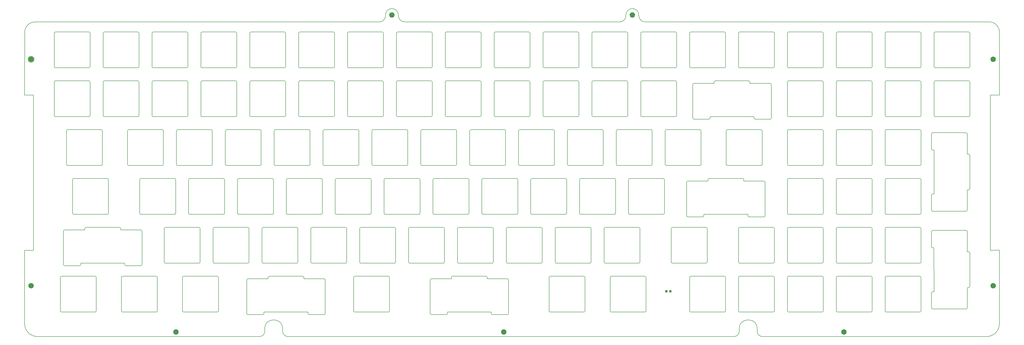
<source format=gbr>
G04 #@! TF.GenerationSoftware,KiCad,Pcbnew,(5.1.6)-1*
G04 #@! TF.CreationDate,2020-08-12T13:21:58-07:00*
G04 #@! TF.ProjectId,Plate,506c6174-652e-46b6-9963-61645f706362,rev?*
G04 #@! TF.SameCoordinates,Original*
G04 #@! TF.FileFunction,Soldermask,Bot*
G04 #@! TF.FilePolarity,Negative*
%FSLAX46Y46*%
G04 Gerber Fmt 4.6, Leading zero omitted, Abs format (unit mm)*
G04 Created by KiCad (PCBNEW (5.1.6)-1) date 2020-08-12 13:21:58*
%MOMM*%
%LPD*%
G01*
G04 APERTURE LIST*
G04 #@! TA.AperFunction,Profile*
%ADD10C,0.200000*%
G04 #@! TD*
%ADD11C,2.100000*%
G04 APERTURE END LIST*
D10*
X264000000Y-63200000D02*
X398100000Y-63200000D01*
X261499999Y-60499999D02*
X261500000Y-60700000D01*
X256500000Y-60750000D02*
X256490223Y-60500010D01*
X170300000Y-63200000D02*
X254000000Y-63250000D01*
X167799999Y-60499999D02*
X167800000Y-60700000D01*
X162800000Y-60750000D02*
X162790259Y-60499847D01*
X26162000Y-63246000D02*
X160300000Y-63250000D01*
X264000000Y-63200000D02*
G75*
G02*
X261500000Y-60700000I0J2500000D01*
G01*
X256500000Y-60750000D02*
G75*
G02*
X254000000Y-63250000I-2500000J0D01*
G01*
X170300000Y-63200000D02*
G75*
G02*
X167800000Y-60700000I0J2500000D01*
G01*
X162800000Y-60750000D02*
G75*
G02*
X160300000Y-63250000I-2500000J0D01*
G01*
X256490223Y-60500010D02*
G75*
G02*
X261499999Y-60499999I2504888J2189D01*
G01*
X162790259Y-60499847D02*
G75*
G02*
X167799999Y-60499999I2504870J2026D01*
G01*
X402095110Y-91751363D02*
X402100000Y-67200000D01*
X398100000Y-63200000D02*
G75*
G02*
X402100000Y-67200000I0J-4000000D01*
G01*
X22162000Y-67246000D02*
X22145123Y-91753523D01*
X22162000Y-67246000D02*
G75*
G02*
X26162000Y-63246000I4000000J0D01*
G01*
X351970123Y-119222812D02*
X338970117Y-119222760D01*
X66220123Y-81122812D02*
X53220077Y-81122830D01*
X148470077Y-81122830D02*
X161470123Y-81122812D01*
X167520123Y-67122812D02*
X180520142Y-67122803D01*
X47670123Y-86672812D02*
X47670117Y-99672846D01*
X114345123Y-105722812D02*
X114345117Y-118722822D01*
X272295129Y-119222772D02*
X285295123Y-119222812D01*
X119895104Y-119222809D02*
X132895123Y-119222812D01*
X296107629Y-119222772D02*
X309107623Y-119222812D01*
X338970128Y-138272809D02*
X351970123Y-138272812D01*
X358020117Y-138272858D02*
X371020123Y-138272812D01*
X371520102Y-137772843D02*
G75*
G02*
X371020123Y-138272812I-499974J5D01*
G01*
X115713911Y-182897788D02*
G75*
G02*
X122713873Y-182897812I3499981J-12D01*
G01*
X115713869Y-182897810D02*
X115713869Y-183897812D01*
X122713876Y-182897810D02*
X122713876Y-183897812D01*
X115713874Y-183897821D02*
G75*
G02*
X113713873Y-185897812I-1999996J5D01*
G01*
X124713871Y-185897818D02*
G75*
G02*
X122713873Y-183897812I4J2000002D01*
G01*
X300670111Y-183897840D02*
G75*
G02*
X298670123Y-185897812I-1999980J8D01*
G01*
X300670115Y-182897810D02*
X300670115Y-183897812D01*
X300670135Y-182897788D02*
G75*
G02*
X307670123Y-182897812I3499994J-12D01*
G01*
X309670108Y-185897837D02*
G75*
G02*
X307670123Y-183897812I20J2000005D01*
G01*
X307670114Y-182897810D02*
X307670114Y-183897812D01*
X402095115Y-180897786D02*
G75*
G02*
X397095123Y-185897812I-5000009J-17D01*
G01*
X27145137Y-185897808D02*
G75*
G02*
X22145123Y-180897812I-9J5000005D01*
G01*
X124713871Y-185897818D02*
X298670123Y-185897812D01*
X397095123Y-185897812D02*
X309670108Y-185897837D01*
X27145137Y-185897808D02*
X113713873Y-185897812D01*
X352470114Y-137772795D02*
G75*
G02*
X351970123Y-138272812I-500004J-13D01*
G01*
X285795175Y-118721946D02*
G75*
G02*
X285295123Y-119222812I-500022J-843D01*
G01*
X163851380Y-162372821D02*
G75*
G02*
X164351373Y-162872812I1J-499992D01*
G01*
X108700876Y-163872812D02*
X108700876Y-176872809D01*
X150351373Y-162872810D02*
X150351373Y-175872814D01*
X150351364Y-162872805D02*
G75*
G02*
X150851373Y-162372812I500001J-8D01*
G01*
X115450882Y-176872825D02*
G75*
G02*
X114950873Y-177372812I-499998J11D01*
G01*
X133076873Y-177372786D02*
G75*
G02*
X132576873Y-176872812I-13J499987D01*
G01*
X139326875Y-176872809D02*
X139326875Y-163872812D01*
X117513870Y-176372815D02*
X130513874Y-176372815D01*
X109200870Y-177372810D02*
X114950870Y-177372810D01*
X138826875Y-163372816D02*
G75*
G02*
X139326873Y-163872812I1J-499997D01*
G01*
X164351371Y-175872814D02*
X164351371Y-162872810D01*
X109200866Y-177372809D02*
G75*
G02*
X108700873Y-176872812I2J499995D01*
G01*
X114950870Y-163372811D02*
X109200870Y-163372811D01*
X108700882Y-163872793D02*
G75*
G02*
X109200873Y-163372812I499986J-5D01*
G01*
X133076874Y-177372810D02*
X138826874Y-177372810D01*
X163851378Y-162372809D02*
X150851374Y-162372809D01*
X138826874Y-163372811D02*
X133076874Y-163372811D01*
X139326889Y-176872802D02*
G75*
G02*
X138826873Y-177372812I-500013J3D01*
G01*
X164351394Y-175872807D02*
G75*
G02*
X163851373Y-176372812I-500013J8D01*
G01*
X130513886Y-162372827D02*
G75*
G02*
X131013873Y-162872812I1J-499986D01*
G01*
X130513874Y-162372809D02*
X117513870Y-162372809D01*
X117013870Y-162872811D02*
G75*
G02*
X117513873Y-162372812I500001J-2D01*
G01*
X84176360Y-176372803D02*
G75*
G02*
X83676373Y-175872812I2J499989D01*
G01*
X59076374Y-143322814D02*
X46076373Y-143322814D01*
X45576366Y-143822801D02*
G75*
G02*
X46076373Y-143322812I499998J-9D01*
G01*
X77032623Y-157322813D02*
X90032623Y-157322813D01*
X61639373Y-158322815D02*
X67389374Y-158322815D01*
X95582614Y-143822799D02*
G75*
G02*
X96082623Y-143322812I499998J-11D01*
G01*
X61639353Y-158322820D02*
G75*
G02*
X61139373Y-157822812I14J499994D01*
G01*
X67389385Y-144322820D02*
G75*
G02*
X67889373Y-144822812I-2J-499990D01*
G01*
X357520163Y-124772812D02*
G75*
G02*
X358020123Y-124272812I499980J20D01*
G01*
X37263370Y-144822805D02*
G75*
G02*
X37763373Y-144322812I499998J-5D01*
G01*
X59076382Y-143322817D02*
G75*
G02*
X59576373Y-143822812I-2J-499993D01*
G01*
X37763373Y-158322815D02*
X43513373Y-158322815D01*
X95582624Y-143822815D02*
X95582624Y-156822812D01*
X371520129Y-137772810D02*
X371520129Y-124772813D01*
X351970134Y-124272812D02*
X338970122Y-124272812D01*
X90532624Y-156822812D02*
X90532624Y-143822815D01*
X338470129Y-124772813D02*
X338470129Y-137772810D01*
X76532619Y-143822804D02*
G75*
G02*
X77032623Y-143322812I499998J-6D01*
G01*
X67889369Y-157822836D02*
G75*
G02*
X67389373Y-158322812I-499986J10D01*
G01*
X37263373Y-144822810D02*
X37263373Y-157822814D01*
X43513373Y-144322809D02*
X37763373Y-144322809D01*
X76532622Y-143822815D02*
X76532622Y-156822812D01*
X358020117Y-138272858D02*
G75*
G02*
X357520123Y-137772812I26J500020D01*
G01*
X90032635Y-143322820D02*
G75*
G02*
X90532623Y-143822812I-2J-499990D01*
G01*
X371020148Y-124272797D02*
G75*
G02*
X371520123Y-124772812I-20J-499995D01*
G01*
X338970128Y-138272809D02*
G75*
G02*
X338470123Y-137772812I-4J500001D01*
G01*
X67389374Y-144322809D02*
X61639373Y-144322809D01*
X319920141Y-138272822D02*
G75*
G02*
X319420123Y-137772812I-4J500014D01*
G01*
X90532619Y-156822836D02*
G75*
G02*
X90032623Y-157322812I-499986J10D01*
G01*
X67889375Y-157822814D02*
X67889375Y-144822810D01*
X37763354Y-158322821D02*
G75*
G02*
X37263373Y-157822812I14J499995D01*
G01*
X352470127Y-137772810D02*
X352470127Y-124772813D01*
X357520131Y-124772813D02*
X357520131Y-137772810D01*
X77032603Y-157322820D02*
G75*
G02*
X76532623Y-156822812I14J499994D01*
G01*
X338470114Y-124772823D02*
G75*
G02*
X338970123Y-124272812I500010J1D01*
G01*
X351970100Y-124272809D02*
G75*
G02*
X352470123Y-124772812I10J-500013D01*
G01*
X319920120Y-138272811D02*
X332920132Y-138272811D01*
X371020136Y-124272812D02*
X358020124Y-124272812D01*
X333420126Y-137772807D02*
G75*
G02*
X332920123Y-138272812I-500004J-1D01*
G01*
X109082622Y-143322814D02*
X96082625Y-143322814D01*
X90032623Y-143322814D02*
X77032623Y-143322814D01*
X44013370Y-157822837D02*
G75*
G02*
X43513373Y-158322812I-499986J11D01*
G01*
X46076373Y-157322813D02*
X59076374Y-157322813D01*
X252745127Y-105722738D02*
G75*
G02*
X253245123Y-105222812I499961J-35D01*
G01*
X266245173Y-105222784D02*
G75*
G02*
X266745123Y-105722812I-39J-499989D01*
G01*
X247695139Y-118722844D02*
G75*
G02*
X247195123Y-119222812I-499992J24D01*
G01*
X233695139Y-105722750D02*
G75*
G02*
X234195123Y-105222812I499961J-23D01*
G01*
X228645151Y-118722856D02*
G75*
G02*
X228145123Y-119222812I-499992J36D01*
G01*
X209095164Y-105222775D02*
G75*
G02*
X209595123Y-105722812I-39J-499998D01*
G01*
X190545124Y-118722811D02*
X190545124Y-105722811D01*
X253245080Y-119222785D02*
G75*
G02*
X252745123Y-118722812I8J499965D01*
G01*
X247695116Y-118722811D02*
X247695116Y-105722811D01*
X295607614Y-105722787D02*
G75*
G02*
X296107623Y-105222812I499992J-17D01*
G01*
X266245124Y-105222810D02*
X253245128Y-105222810D01*
X247195186Y-105222797D02*
G75*
G02*
X247695123Y-105722812I-39J-499976D01*
G01*
X247195122Y-105222810D02*
X234195126Y-105222810D01*
X309107661Y-105222834D02*
G75*
G02*
X309607623Y-105722812I-8J-499970D01*
G01*
X215145123Y-119222812D02*
X228145120Y-119222812D01*
X295607624Y-105722811D02*
X295607624Y-118722811D01*
X309607675Y-118721946D02*
G75*
G02*
X309107623Y-119222812I-500022J-843D01*
G01*
X252745119Y-105722811D02*
X252745119Y-118722811D01*
X228145198Y-105222809D02*
G75*
G02*
X228645123Y-105722812I-39J-499964D01*
G01*
X209595126Y-118722811D02*
X209595126Y-105722811D01*
X272295129Y-119222772D02*
G75*
G02*
X271795123Y-118722812I-23J499983D01*
G01*
X285295161Y-105222834D02*
G75*
G02*
X285795123Y-105722812I-8J-499970D01*
G01*
X234195092Y-119222797D02*
G75*
G02*
X233695123Y-118722812I8J499977D01*
G01*
X215145104Y-119222809D02*
G75*
G02*
X214645123Y-118722812I8J499989D01*
G01*
X196095121Y-119222812D02*
X209095118Y-119222812D01*
X271795114Y-105722787D02*
G75*
G02*
X272295123Y-105222812I499992J-17D01*
G01*
X214645130Y-105722811D02*
X214645130Y-118722811D01*
X209095118Y-105222810D02*
X196095121Y-105222810D01*
X233695117Y-105722811D02*
X233695117Y-118722811D01*
X285295126Y-105222810D02*
X272295130Y-105222810D01*
X177045113Y-119222818D02*
G75*
G02*
X176545123Y-118722812I8J499998D01*
G01*
X209595117Y-118722822D02*
G75*
G02*
X209095123Y-119222812I-499992J2D01*
G01*
X309607622Y-118722811D02*
X309607622Y-105722811D01*
X266745118Y-118722811D02*
X266745118Y-105722811D01*
X214645151Y-105722762D02*
G75*
G02*
X215145123Y-105222812I499961J-11D01*
G01*
X271795121Y-105722811D02*
X271795121Y-118722811D01*
X196095101Y-119222806D02*
G75*
G02*
X195595123Y-118722812I8J499986D01*
G01*
X228645128Y-118722811D02*
X228645128Y-105722811D01*
X195595148Y-105722759D02*
G75*
G02*
X196095123Y-105222812I499961J-14D01*
G01*
X195595128Y-105722811D02*
X195595128Y-118722811D01*
X177045119Y-119222812D02*
X190045116Y-119222812D01*
X190545129Y-118722834D02*
G75*
G02*
X190045123Y-119222812I-499992J14D01*
G01*
X190045176Y-105222787D02*
G75*
G02*
X190545123Y-105722812I-39J-499986D01*
G01*
X190045116Y-105222810D02*
X177045119Y-105222810D01*
X176545160Y-105722771D02*
G75*
G02*
X177045123Y-105222812I499961J-2D01*
G01*
X176545126Y-105722811D02*
X176545126Y-118722811D01*
X157995110Y-119222815D02*
G75*
G02*
X157495123Y-118722812I8J499995D01*
G01*
X296107629Y-119222772D02*
G75*
G02*
X295607623Y-118722812I-23J499983D01*
G01*
X285795120Y-118722811D02*
X285795120Y-105722811D01*
X157995117Y-119222812D02*
X170995129Y-119222812D01*
X266745126Y-118722831D02*
G75*
G02*
X266245123Y-119222812I-499992J11D01*
G01*
X171495126Y-118722831D02*
G75*
G02*
X170995123Y-119222812I-499992J11D01*
G01*
X228145120Y-105222810D02*
X215145123Y-105222810D01*
X309107629Y-105222810D02*
X296107617Y-105222810D01*
X234195126Y-119222812D02*
X247195122Y-119222812D01*
X253245128Y-119222812D02*
X266245124Y-119222812D01*
X38932603Y-119222808D02*
G75*
G02*
X38432623Y-118722812I8J499988D01*
G01*
X38932623Y-119222812D02*
X51932623Y-119222812D01*
X52432634Y-118722839D02*
G75*
G02*
X51932623Y-119222812I-499992J19D01*
G01*
X138445122Y-105722811D02*
X138445122Y-118722811D01*
X113845164Y-105222775D02*
G75*
G02*
X114345123Y-105722812I-39J-499998D01*
G01*
X113845122Y-105222810D02*
X100845126Y-105222810D01*
X81795124Y-119222812D02*
X94795120Y-119222812D01*
X152445123Y-118722828D02*
G75*
G02*
X151945123Y-119222812I-499992J8D01*
G01*
X170995173Y-105222784D02*
G75*
G02*
X171495123Y-105722812I-39J-499989D01*
G01*
X157495157Y-105722768D02*
G75*
G02*
X157995123Y-105222812I499961J-5D01*
G01*
X151945127Y-105222810D02*
X138945123Y-105222810D01*
X152445120Y-118722811D02*
X152445120Y-105722811D01*
X114345117Y-118722822D02*
G75*
G02*
X113845123Y-119222812I-499992J2D01*
G01*
X151945170Y-105222781D02*
G75*
G02*
X152445123Y-105722812I-39J-499992D01*
G01*
X100345148Y-105722759D02*
G75*
G02*
X100845123Y-105222812I499961J-14D01*
G01*
X100345125Y-105722811D02*
X100345125Y-118722811D01*
X94795176Y-105222787D02*
G75*
G02*
X95295123Y-105722812I-39J-499986D01*
G01*
X62745122Y-119222812D02*
X75745122Y-119222812D01*
X75745181Y-105222792D02*
G75*
G02*
X76245123Y-105722812I-39J-499981D01*
G01*
X133395120Y-118722825D02*
G75*
G02*
X132895123Y-119222812I-499992J5D01*
G01*
X75745122Y-105222810D02*
X62745122Y-105222810D01*
X138945123Y-119222812D02*
X151945127Y-119222812D01*
X170995129Y-105222810D02*
X157995117Y-105222810D01*
X132895124Y-105222810D02*
X119895120Y-105222810D01*
X95295129Y-118722834D02*
G75*
G02*
X94795123Y-119222812I-499992J14D01*
G01*
X62245122Y-105722811D02*
X62245122Y-118722811D01*
X62245150Y-105722761D02*
G75*
G02*
X62745123Y-105222812I499961J-12D01*
G01*
X171495122Y-118722811D02*
X171495122Y-105722811D01*
X157495124Y-105722811D02*
X157495124Y-118722811D01*
X95295121Y-118722811D02*
X95295121Y-105722811D01*
X132895167Y-105222778D02*
G75*
G02*
X133395123Y-105722812I-39J-499995D01*
G01*
X76245134Y-118722839D02*
G75*
G02*
X75745123Y-119222812I-499992J19D01*
G01*
X81295123Y-105722811D02*
X81295123Y-118722811D01*
X138945107Y-119222812D02*
G75*
G02*
X138445123Y-118722812I8J499992D01*
G01*
X100845101Y-119222806D02*
G75*
G02*
X100345123Y-118722812I8J499986D01*
G01*
X119895104Y-119222809D02*
G75*
G02*
X119395123Y-118722812I8J499989D01*
G01*
X81795098Y-119222803D02*
G75*
G02*
X81295123Y-118722812I8J499983D01*
G01*
X94795120Y-105222810D02*
X81795124Y-105222810D01*
X62745103Y-119222808D02*
G75*
G02*
X62245123Y-118722812I8J499988D01*
G01*
X76245123Y-118722811D02*
X76245123Y-105722811D01*
X133395125Y-118722811D02*
X133395125Y-105722811D01*
X119395119Y-105722811D02*
X119395119Y-118722811D01*
X119395151Y-105722762D02*
G75*
G02*
X119895123Y-105222812I499961J-11D01*
G01*
X100845126Y-119222812D02*
X113845122Y-119222812D01*
X138445154Y-105722765D02*
G75*
G02*
X138945123Y-105222812I499961J-8D01*
G01*
X81295145Y-105722756D02*
G75*
G02*
X81795123Y-105222812I499961J-17D01*
G01*
X282532123Y-87672811D02*
X282532123Y-100672811D01*
X338970104Y-100172773D02*
G75*
G02*
X338470123Y-99672812I-10J499971D01*
G01*
X38432623Y-105722811D02*
X38432623Y-118722811D01*
X38432650Y-105722761D02*
G75*
G02*
X38932623Y-105222812I499961J-12D01*
G01*
X288782117Y-87172812D02*
X283032117Y-87172812D01*
X313158122Y-100672811D02*
X313158122Y-87672811D01*
X304345136Y-86172833D02*
G75*
G02*
X304845123Y-86672812I4J-499983D01*
G01*
X262770129Y-100172810D02*
X275770125Y-100172810D01*
X377070080Y-100172809D02*
G75*
G02*
X376570123Y-99672812I20J499977D01*
G01*
X319420127Y-86672811D02*
X319420127Y-99672813D01*
X351970134Y-86172812D02*
X338970122Y-86172812D01*
X376570126Y-86672763D02*
G75*
G02*
X377070123Y-86172812I499974J-23D01*
G01*
X371020136Y-86172812D02*
X358020124Y-86172812D01*
X357520138Y-86672775D02*
G75*
G02*
X358020123Y-86172812I499974J-11D01*
G01*
X282532102Y-87672799D02*
G75*
G02*
X283032123Y-87172812I500004J-17D01*
G01*
X312658185Y-87172822D02*
G75*
G02*
X313158123Y-87672812I-26J-499964D01*
G01*
X352470127Y-99672813D02*
X352470127Y-86672811D01*
X390070138Y-86172812D02*
X377070126Y-86172812D01*
X338470090Y-86672787D02*
G75*
G02*
X338970123Y-86172812I500004J-29D01*
G01*
X338970122Y-100172810D02*
X351970134Y-100172810D01*
X319920116Y-100172785D02*
G75*
G02*
X319420123Y-99672812I-10J499983D01*
G01*
X390070173Y-86172810D02*
G75*
G02*
X390570123Y-86672812I-26J-499976D01*
G01*
X377070126Y-100172810D02*
X390070138Y-100172810D01*
X390570127Y-99672856D02*
G75*
G02*
X390070123Y-100172812I-499980J24D01*
G01*
X371520139Y-99672868D02*
G75*
G02*
X371020123Y-100172812I-499980J36D01*
G01*
X319920120Y-100172810D02*
X332920132Y-100172810D01*
X338470129Y-86672811D02*
X338470129Y-99672813D01*
X333420125Y-99672813D02*
X333420125Y-86672811D01*
X306908093Y-101172822D02*
G75*
G02*
X306408123Y-100672812I20J499990D01*
G01*
X306908128Y-101172812D02*
X312658129Y-101172812D01*
X312658129Y-87172812D02*
X306908128Y-87172812D01*
X332920132Y-86172812D02*
X319920120Y-86172812D01*
X291345117Y-100172810D02*
X304345128Y-100172810D01*
X290845090Y-86672787D02*
G75*
G02*
X291345123Y-86172812I500004J-29D01*
G01*
X358020092Y-100172821D02*
G75*
G02*
X357520123Y-99672812I20J499989D01*
G01*
X376570133Y-86672811D02*
X376570133Y-99672813D01*
X51932623Y-105222810D02*
X38932623Y-105222810D01*
X52432624Y-118722811D02*
X52432624Y-105722811D01*
X51932681Y-105222792D02*
G75*
G02*
X52432623Y-105722812I-39J-499981D01*
G01*
X371520129Y-99672813D02*
X371520129Y-86672811D01*
X390570131Y-99672813D02*
X390570131Y-86672811D01*
X358020124Y-100172810D02*
X371020136Y-100172810D01*
X371020185Y-86172822D02*
G75*
G02*
X371520123Y-86672812I-26J-499964D01*
G01*
X352470150Y-99672819D02*
G75*
G02*
X351970123Y-100172812I-500010J17D01*
G01*
X332920149Y-86172846D02*
G75*
G02*
X333420123Y-86672812I4J-499970D01*
G01*
X319420102Y-86672799D02*
G75*
G02*
X319920123Y-86172812I500004J-17D01*
G01*
X289282162Y-100672831D02*
G75*
G02*
X288782123Y-101172812I-500010J29D01*
G01*
X304345128Y-86172812D02*
X291345117Y-86172812D01*
X262770092Y-100172821D02*
G75*
G02*
X262270123Y-99672812I20J499989D01*
G01*
X276270139Y-99672868D02*
G75*
G02*
X275770123Y-100172812I-499980J36D01*
G01*
X276270119Y-99672813D02*
X276270119Y-86672811D01*
X275770185Y-86172822D02*
G75*
G02*
X276270123Y-86672812I-26J-499964D01*
G01*
X275770125Y-86172812D02*
X262770129Y-86172812D01*
X262270138Y-86672775D02*
G75*
G02*
X262770123Y-86172812I499974J-11D01*
G01*
X262270120Y-86672811D02*
X262270120Y-99672813D01*
X357520131Y-86672811D02*
X357520131Y-99672813D01*
X333420163Y-99672832D02*
G75*
G02*
X332920123Y-100172812I-500010J30D01*
G01*
X243720127Y-100172810D02*
X256720123Y-100172810D01*
X283032117Y-101172812D02*
X288782117Y-101172812D01*
X243720104Y-100172773D02*
G75*
G02*
X243220123Y-99672812I-10J499971D01*
G01*
X257220150Y-99672819D02*
G75*
G02*
X256720123Y-100172812I-500010J17D01*
G01*
X351970136Y-86172833D02*
G75*
G02*
X352470123Y-86672812I4J-499983D01*
G01*
X313158139Y-100672868D02*
G75*
G02*
X312658123Y-101172812I-499980J36D01*
G01*
X283032116Y-101172785D02*
G75*
G02*
X282532123Y-100672812I-10J499983D01*
G01*
X205620122Y-100172810D02*
X218620119Y-100172810D01*
X257220117Y-99672813D02*
X257220117Y-86672811D01*
X186070127Y-86672811D02*
X186070127Y-99672813D01*
X181020108Y-99672837D02*
G75*
G02*
X180520123Y-100172812I-499980J5D01*
G01*
X199570117Y-86172812D02*
X186570120Y-86172812D01*
X238170163Y-99672832D02*
G75*
G02*
X237670123Y-100172812I-500010J30D01*
G01*
X147970135Y-86672772D02*
G75*
G02*
X148470123Y-86172812I499974J-14D01*
G01*
X205120144Y-86672781D02*
G75*
G02*
X205620123Y-86172812I499974J-5D01*
G01*
X167020138Y-86672775D02*
G75*
G02*
X167520123Y-86172812I499974J-11D01*
G01*
X243220118Y-86672811D02*
X243220118Y-99672813D01*
X218620130Y-86172827D02*
G75*
G02*
X219120123Y-86672812I4J-499989D01*
G01*
X205120129Y-86672811D02*
X205120129Y-99672813D01*
X142920117Y-99672846D02*
G75*
G02*
X142420123Y-100172812I-499980J14D01*
G01*
X180520130Y-86172812D02*
X167520118Y-86172812D01*
X219120144Y-99672813D02*
G75*
G02*
X218620123Y-100172812I-500010J11D01*
G01*
X218620119Y-86172812D02*
X205620122Y-86172812D01*
X199570157Y-86172794D02*
G75*
G02*
X200070123Y-86672812I-26J-499992D01*
G01*
X129420101Y-100172830D02*
G75*
G02*
X128920123Y-99672812I20J499998D01*
G01*
X142920126Y-99672813D02*
X142920126Y-86672811D01*
X224670116Y-100172785D02*
G75*
G02*
X224170123Y-99672812I-10J499983D01*
G01*
X186570095Y-100172824D02*
G75*
G02*
X186070123Y-99672812I20J499992D01*
G01*
X129420121Y-100172810D02*
X142420125Y-100172810D01*
X237670149Y-86172846D02*
G75*
G02*
X238170123Y-86672812I4J-499970D01*
G01*
X128920120Y-86672811D02*
X128920120Y-99672813D01*
X110370127Y-100172810D02*
X123370123Y-100172810D01*
X224170116Y-86672811D02*
X224170116Y-99672813D01*
X123870114Y-99672843D02*
G75*
G02*
X123370123Y-100172812I-499980J11D01*
G01*
X161470151Y-86172788D02*
G75*
G02*
X161970123Y-86672812I-26J-499998D01*
G01*
X123370160Y-86172797D02*
G75*
G02*
X123870123Y-86672812I-26J-499989D01*
G01*
X256720136Y-86172833D02*
G75*
G02*
X257220123Y-86672812I4J-499983D01*
G01*
X128920147Y-86672784D02*
G75*
G02*
X129420123Y-86172812I499974J-2D01*
G01*
X205620098Y-100172827D02*
G75*
G02*
X205120123Y-99672812I20J499995D01*
G01*
X167520118Y-100172810D02*
X180520130Y-100172810D01*
X237670121Y-86172812D02*
X224670125Y-86172812D01*
X200070125Y-99672813D02*
X200070125Y-86672811D01*
X161470128Y-86172812D02*
X148470124Y-86172812D01*
X142420163Y-86172800D02*
G75*
G02*
X142920123Y-86672812I-26J-499986D01*
G01*
X200070111Y-99672840D02*
G75*
G02*
X199570123Y-100172812I-499980J8D01*
G01*
X110370098Y-100172827D02*
G75*
G02*
X109870123Y-99672812I20J499995D01*
G01*
X123870124Y-99672813D02*
X123870124Y-86672811D01*
X123370123Y-86172812D02*
X110370127Y-86172812D01*
X238170130Y-99672813D02*
X238170130Y-86672811D01*
X186070141Y-86672778D02*
G75*
G02*
X186570123Y-86172812I499974J-8D01*
G01*
X161970105Y-99672834D02*
G75*
G02*
X161470123Y-100172812I-499980J2D01*
G01*
X142420125Y-86172812D02*
X129420121Y-86172812D01*
X109870144Y-86672781D02*
G75*
G02*
X110370123Y-86172812I499974J-5D01*
G01*
X109870126Y-86672811D02*
X109870126Y-99672813D01*
X91320095Y-100172824D02*
G75*
G02*
X90820123Y-99672812I20J499992D01*
G01*
X91320125Y-100172810D02*
X104320121Y-100172810D01*
X224670125Y-100172810D02*
X237670121Y-100172810D01*
X104820111Y-99672840D02*
G75*
G02*
X104320123Y-100172812I-499980J8D01*
G01*
X104820122Y-99672813D02*
X104820122Y-86672811D01*
X256720123Y-86172812D02*
X243720127Y-86172812D01*
X186570120Y-100172810D02*
X199570117Y-100172810D01*
X180520154Y-86172791D02*
G75*
G02*
X181020123Y-86672812I-26J-499995D01*
G01*
X167020125Y-86672811D02*
X167020125Y-99672813D01*
X148470124Y-100172810D02*
X161470128Y-100172810D01*
X161970121Y-99672813D02*
X161970121Y-86672811D01*
X243220090Y-86672787D02*
G75*
G02*
X243720123Y-86172812I500004J-29D01*
G01*
X167520092Y-100172821D02*
G75*
G02*
X167020123Y-99672812I20J499989D01*
G01*
X224170102Y-86672799D02*
G75*
G02*
X224670123Y-86172812I500004J-17D01*
G01*
X148470089Y-100172818D02*
G75*
G02*
X147970123Y-99672812I20J499986D01*
G01*
X181020123Y-99672813D02*
X181020123Y-86672811D01*
X219120127Y-99672813D02*
X219120127Y-86672811D01*
X85270162Y-86172799D02*
G75*
G02*
X85770123Y-86672812I-26J-499987D01*
G01*
X357520126Y-67622787D02*
G75*
G02*
X358020123Y-67122812I499986J-11D01*
G01*
X52720135Y-86672772D02*
G75*
G02*
X53220123Y-86172812I499974J-14D01*
G01*
X390070161Y-67122822D02*
G75*
G02*
X390570123Y-67622812I-14J-499976D01*
G01*
X71770122Y-86672811D02*
X71770122Y-99672813D01*
X333420125Y-80622811D02*
X333420125Y-67622812D01*
X104320157Y-86172794D02*
G75*
G02*
X104820123Y-86672812I-26J-499992D01*
G01*
X71770131Y-86672768D02*
G75*
G02*
X72270123Y-86172812I499974J-18D01*
G01*
X376570133Y-67622812D02*
X376570133Y-80622811D01*
X352470127Y-80622811D02*
X352470127Y-67622812D01*
X66720120Y-99672849D02*
G75*
G02*
X66220123Y-100172812I-499980J17D01*
G01*
X319920120Y-81122812D02*
X332920132Y-81122812D01*
X34170086Y-100172815D02*
G75*
G02*
X33670123Y-99672812I20J499983D01*
G01*
X390570115Y-80622868D02*
G75*
G02*
X390070123Y-81122812I-499968J24D01*
G01*
X47170163Y-86172800D02*
G75*
G02*
X47670123Y-86672812I-26J-499986D01*
G01*
X377070068Y-81122821D02*
G75*
G02*
X376570123Y-80622812I32J499977D01*
G01*
X351970134Y-67122812D02*
X338970122Y-67122812D01*
X338470078Y-67622799D02*
G75*
G02*
X338970123Y-67122812I500016J-29D01*
G01*
X371520129Y-80622811D02*
X371520129Y-67622812D01*
X72270085Y-100172814D02*
G75*
G02*
X71770123Y-99672812I20J499982D01*
G01*
X319420090Y-67622811D02*
G75*
G02*
X319920123Y-67122812I500016J-17D01*
G01*
X90820124Y-86672811D02*
X90820124Y-99672813D01*
X53220122Y-100172810D02*
X66220125Y-100172810D01*
X358020080Y-81122833D02*
G75*
G02*
X357520123Y-80622812I32J499989D01*
G01*
X332920137Y-67122858D02*
G75*
G02*
X333420123Y-67622812I16J-499970D01*
G01*
X300870056Y-81122809D02*
G75*
G02*
X300370123Y-80622812I32J499965D01*
G01*
X104320121Y-86172812D02*
X91320125Y-86172812D01*
X85770124Y-99672813D02*
X85770124Y-86672811D01*
X90820141Y-86672778D02*
G75*
G02*
X91320123Y-86172812I499974J-8D01*
G01*
X53220089Y-100172818D02*
G75*
G02*
X52720123Y-99672812I20J499986D01*
G01*
X66720122Y-99672813D02*
X66720122Y-86672811D01*
X34170123Y-100172810D02*
X47170122Y-100172810D01*
X371520127Y-80622880D02*
G75*
G02*
X371020123Y-81122812I-499968J36D01*
G01*
X66220166Y-86172803D02*
G75*
G02*
X66720123Y-86672812I-26J-499983D01*
G01*
X33670132Y-86672769D02*
G75*
G02*
X34170123Y-86172812I499974J-17D01*
G01*
X377070126Y-81122812D02*
X390070138Y-81122812D01*
X371020173Y-67122834D02*
G75*
G02*
X371520123Y-67622812I-14J-499964D01*
G01*
X358020124Y-81122812D02*
X371020136Y-81122812D01*
X85270123Y-86172812D02*
X72270123Y-86172812D01*
X390570131Y-80622811D02*
X390570131Y-67622812D01*
X338970092Y-81122785D02*
G75*
G02*
X338470123Y-80622812I2J499971D01*
G01*
X338970122Y-81122812D02*
X351970134Y-81122812D01*
X352470138Y-80622831D02*
G75*
G02*
X351970123Y-81122812I-499998J17D01*
G01*
X351970124Y-67122845D02*
G75*
G02*
X352470123Y-67622812I16J-499983D01*
G01*
X338470129Y-67622812D02*
X338470129Y-80622811D01*
X333420151Y-80622844D02*
G75*
G02*
X332920123Y-81122812I-499998J30D01*
G01*
X319420127Y-67622812D02*
X319420127Y-80622811D01*
X300870118Y-81122812D02*
X313870129Y-81122812D01*
X314370102Y-80622855D02*
G75*
G02*
X313870123Y-81122812I-499968J11D01*
G01*
X314370123Y-80622811D02*
X314370123Y-67622812D01*
X47170122Y-86172812D02*
X34170123Y-86172812D01*
X85770116Y-99672845D02*
G75*
G02*
X85270123Y-100172812I-499980J13D01*
G01*
X313870148Y-67122809D02*
G75*
G02*
X314370123Y-67622812I-14J-499989D01*
G01*
X390070138Y-67122812D02*
X377070126Y-67122812D01*
X72270123Y-100172810D02*
X85270123Y-100172810D01*
X313870129Y-67122812D02*
X300870118Y-67122812D01*
X371020136Y-67122812D02*
X358020124Y-67122812D01*
X319920104Y-81122797D02*
G75*
G02*
X319420123Y-80622812I2J499983D01*
G01*
X332920132Y-67122812D02*
X319920120Y-67122812D01*
X376570114Y-67622775D02*
G75*
G02*
X377070123Y-67122812I499986J-23D01*
G01*
X47670117Y-99672846D02*
G75*
G02*
X47170123Y-100172812I-499980J14D01*
G01*
X357520131Y-67622812D02*
X357520131Y-80622811D01*
X66220125Y-86172812D02*
X53220122Y-86172812D01*
X281820068Y-81122821D02*
G75*
G02*
X281320123Y-80622812I32J499977D01*
G01*
X186570120Y-81122812D02*
X199570117Y-81122812D01*
X276270127Y-80622880D02*
G75*
G02*
X275770123Y-81122812I-499968J36D01*
G01*
X243220078Y-67622799D02*
G75*
G02*
X243720123Y-67122812I500016J-29D01*
G01*
X295320121Y-80622811D02*
X295320121Y-67622812D01*
X224670125Y-81122812D02*
X237670121Y-81122812D01*
X295320115Y-80622868D02*
G75*
G02*
X294820123Y-81122812I-499968J24D01*
G01*
X262270126Y-67622787D02*
G75*
G02*
X262770123Y-67122812I499986J-11D01*
G01*
X167520080Y-81122833D02*
G75*
G02*
X167020123Y-80622812I32J499989D01*
G01*
X186070127Y-67622812D02*
X186070127Y-80622811D01*
X281320114Y-67622775D02*
G75*
G02*
X281820123Y-67122812I499986J-23D01*
G01*
X167520118Y-81122812D02*
X180520130Y-81122812D01*
X276270119Y-80622811D02*
X276270119Y-67622812D01*
X256720124Y-67122845D02*
G75*
G02*
X257220123Y-67622812I16J-499983D01*
G01*
X262270120Y-67622812D02*
X262270120Y-80622811D01*
X257220138Y-80622831D02*
G75*
G02*
X256720123Y-81122812I-499998J17D01*
G01*
X180520142Y-67122803D02*
G75*
G02*
X181020123Y-67622812I-14J-499995D01*
G01*
X167020125Y-67622812D02*
X167020125Y-80622811D01*
X237670121Y-67122812D02*
X224670125Y-67122812D01*
X205620122Y-81122812D02*
X218620119Y-81122812D01*
X294820127Y-67122812D02*
X281820116Y-67122812D01*
X238170151Y-80622844D02*
G75*
G02*
X237670123Y-81122812I-499998J30D01*
G01*
X186570083Y-81122836D02*
G75*
G02*
X186070123Y-80622812I32J499992D01*
G01*
X161970093Y-80622846D02*
G75*
G02*
X161470123Y-81122812I-499968J2D01*
G01*
X200070099Y-80622852D02*
G75*
G02*
X199570123Y-81122812I-499968J8D01*
G01*
X294820161Y-67122822D02*
G75*
G02*
X295320123Y-67622812I-14J-499976D01*
G01*
X300370124Y-67622812D02*
X300370124Y-80622811D01*
X281320122Y-67622812D02*
X281320122Y-80622811D01*
X205120132Y-67622793D02*
G75*
G02*
X205620123Y-67122812I499986J-5D01*
G01*
X275770173Y-67122834D02*
G75*
G02*
X276270123Y-67622812I-14J-499964D01*
G01*
X237670137Y-67122858D02*
G75*
G02*
X238170123Y-67622812I16J-499970D01*
G01*
X218620118Y-67122839D02*
G75*
G02*
X219120123Y-67622812I16J-499989D01*
G01*
X262770080Y-81122833D02*
G75*
G02*
X262270123Y-80622812I32J499989D01*
G01*
X243720127Y-81122812D02*
X256720123Y-81122812D01*
X257220117Y-80622811D02*
X257220117Y-67622812D01*
X224170090Y-67622811D02*
G75*
G02*
X224670123Y-67122812I500016J-17D01*
G01*
X238170130Y-80622811D02*
X238170130Y-67622812D01*
X281820116Y-81122812D02*
X294820127Y-81122812D01*
X256720123Y-67122812D02*
X243720127Y-67122812D01*
X219120127Y-80622811D02*
X219120127Y-67622812D01*
X205120129Y-67622812D02*
X205120129Y-80622811D01*
X200070125Y-80622811D02*
X200070125Y-67622812D01*
X218620119Y-67122812D02*
X205620122Y-67122812D01*
X205620086Y-81122839D02*
G75*
G02*
X205120123Y-80622812I32J499995D01*
G01*
X199570145Y-67122806D02*
G75*
G02*
X200070123Y-67622812I-14J-499992D01*
G01*
X199570117Y-67122812D02*
X186570120Y-67122812D01*
X186070129Y-67622790D02*
G75*
G02*
X186570123Y-67122812I499986J-8D01*
G01*
X181020096Y-80622849D02*
G75*
G02*
X180520123Y-81122812I-499968J5D01*
G01*
X181020123Y-80622811D02*
X181020123Y-67622812D01*
X243720092Y-81122785D02*
G75*
G02*
X243220123Y-80622812I2J499971D01*
G01*
X300370102Y-67622763D02*
G75*
G02*
X300870123Y-67122812I499986J-35D01*
G01*
X167020126Y-67622787D02*
G75*
G02*
X167520123Y-67122812I499986J-11D01*
G01*
X243220118Y-67622812D02*
X243220118Y-80622811D01*
X148470077Y-81122830D02*
G75*
G02*
X147970123Y-80622812I32J499986D01*
G01*
X161970121Y-80622811D02*
X161970121Y-67622812D01*
X224170116Y-67622812D02*
X224170116Y-80622811D01*
X161470139Y-67122800D02*
G75*
G02*
X161970123Y-67622812I-14J-499998D01*
G01*
X161470128Y-67122812D02*
X148470124Y-67122812D01*
X224670104Y-81122797D02*
G75*
G02*
X224170123Y-80622812I2J499983D01*
G01*
X275770125Y-67122812D02*
X262770129Y-67122812D01*
X219120132Y-80622825D02*
G75*
G02*
X218620123Y-81122812I-499998J11D01*
G01*
X262770129Y-81122812D02*
X275770125Y-81122812D01*
X142420151Y-67122812D02*
G75*
G02*
X142920123Y-67622812I-14J-499986D01*
G01*
X128920135Y-67622796D02*
G75*
G02*
X129420123Y-67122812I499986J-2D01*
G01*
X91320125Y-81122812D02*
X104320121Y-81122812D01*
X104820099Y-80622852D02*
G75*
G02*
X104320123Y-81122812I-499968J8D01*
G01*
X90820129Y-67622790D02*
G75*
G02*
X91320123Y-67122812I499986J-8D01*
G01*
X147970123Y-67622812D02*
X147970123Y-80622811D01*
X142920105Y-80622858D02*
G75*
G02*
X142420123Y-81122812I-499968J14D01*
G01*
X104820122Y-80622811D02*
X104820122Y-67622812D01*
X72270123Y-81122812D02*
X85270123Y-81122812D01*
X129420089Y-81122842D02*
G75*
G02*
X128920123Y-80622812I32J499998D01*
G01*
X109870126Y-67622812D02*
X109870126Y-80622811D01*
X129420121Y-81122812D02*
X142420125Y-81122812D01*
X104320145Y-67122806D02*
G75*
G02*
X104820123Y-67622812I-14J-499992D01*
G01*
X71770119Y-67622780D02*
G75*
G02*
X72270123Y-67122812I499986J-18D01*
G01*
X66220125Y-67122812D02*
X53220122Y-67122812D01*
X34170123Y-81122812D02*
X47170122Y-81122812D01*
X128920120Y-67622812D02*
X128920120Y-80622811D01*
X66720108Y-80622861D02*
G75*
G02*
X66220123Y-81122812I-499968J17D01*
G01*
X147970123Y-67622784D02*
G75*
G02*
X148470123Y-67122812I499986J-14D01*
G01*
X123870102Y-80622855D02*
G75*
G02*
X123370123Y-81122812I-499968J11D01*
G01*
X66220154Y-67122815D02*
G75*
G02*
X66720123Y-67622812I-14J-499983D01*
G01*
X90820124Y-67622812D02*
X90820124Y-80622811D01*
X47170151Y-67122812D02*
G75*
G02*
X47670123Y-67622812I-14J-499986D01*
G01*
X66720122Y-80622811D02*
X66720122Y-67622812D01*
X33670123Y-67622812D02*
X33670123Y-80622811D01*
X91320083Y-81122836D02*
G75*
G02*
X90820123Y-80622812I32J499992D01*
G01*
X72270073Y-81122826D02*
G75*
G02*
X71770123Y-80622812I32J499982D01*
G01*
X52720123Y-67622812D02*
X52720123Y-80622811D01*
X47670105Y-80622858D02*
G75*
G02*
X47170123Y-81122812I-499968J14D01*
G01*
X110370127Y-81122812D02*
X123370123Y-81122812D01*
X71770122Y-67622812D02*
X71770122Y-80622811D01*
X85270150Y-67122811D02*
G75*
G02*
X85770123Y-67622812I-14J-499987D01*
G01*
X123370123Y-67122812D02*
X110370127Y-67122812D01*
X104320121Y-67122812D02*
X91320125Y-67122812D01*
X142420125Y-67122812D02*
X129420121Y-67122812D01*
X85770104Y-80622857D02*
G75*
G02*
X85270123Y-81122812I-499968J13D01*
G01*
X85270123Y-67122812D02*
X72270123Y-67122812D01*
X53220077Y-81122830D02*
G75*
G02*
X52720123Y-80622812I32J499986D01*
G01*
X52720123Y-67622784D02*
G75*
G02*
X53220123Y-67122812I499986J-14D01*
G01*
X110370086Y-81122839D02*
G75*
G02*
X109870123Y-80622812I32J499995D01*
G01*
X123370148Y-67122809D02*
G75*
G02*
X123870123Y-67622812I-14J-499989D01*
G01*
X123870124Y-80622811D02*
X123870124Y-67622812D01*
X109870132Y-67622793D02*
G75*
G02*
X110370123Y-67122812I499986J-5D01*
G01*
X34170074Y-81122827D02*
G75*
G02*
X33670123Y-80622812I32J499983D01*
G01*
X142920126Y-80622811D02*
X142920126Y-67622812D01*
X33670120Y-67622781D02*
G75*
G02*
X34170123Y-67122812I499986J-17D01*
G01*
X47170122Y-67122812D02*
X34170123Y-67122812D01*
X85770124Y-80622811D02*
X85770124Y-67622812D01*
X47670123Y-80622811D02*
X47670123Y-67622812D01*
X271007636Y-124272785D02*
G75*
G02*
X271507623Y-124772812I-20J-500007D01*
G01*
X271007625Y-124272812D02*
X258007628Y-124272812D01*
X286900840Y-138772831D02*
G75*
G02*
X286400873Y-139272812I-499974J-7D01*
G01*
X219907624Y-138272811D02*
X232907621Y-138272811D01*
X280650854Y-139272845D02*
G75*
G02*
X280150873Y-138772812I26J500007D01*
G01*
X258007628Y-138272811D02*
X271007625Y-138272811D01*
X219407614Y-124772823D02*
G75*
G02*
X219907623Y-124272812I500010J1D01*
G01*
X238957626Y-138272811D02*
X251957623Y-138272811D01*
X310776887Y-138772812D02*
X310776887Y-125772812D01*
X232907600Y-124272809D02*
G75*
G02*
X233407623Y-124772812I10J-500013D01*
G01*
X238457618Y-124772813D02*
X238457618Y-137772810D01*
X214357627Y-137772810D02*
X214357627Y-124772813D01*
X200357627Y-124772836D02*
G75*
G02*
X200857623Y-124272812I500010J14D01*
G01*
X310776877Y-138772808D02*
G75*
G02*
X310276873Y-139272812I-500004J0D01*
G01*
X181807638Y-138272819D02*
G75*
G02*
X181307623Y-137772812I-4J500011D01*
G01*
X252457616Y-137772810D02*
X252457616Y-124772813D01*
X319420127Y-124772813D02*
X319420127Y-137772810D01*
X271507590Y-137772831D02*
G75*
G02*
X271007623Y-138272812I-499974J-7D01*
G01*
X251957648Y-124272797D02*
G75*
G02*
X252457623Y-124772812I-20J-499995D01*
G01*
X271507618Y-137772810D02*
X271507618Y-124772813D01*
X333420125Y-137772810D02*
X333420125Y-124772813D01*
X214357626Y-137772807D02*
G75*
G02*
X213857623Y-138272812I-500004J-1D01*
G01*
X200857622Y-138272811D02*
X213857618Y-138272811D01*
X181807620Y-138272811D02*
X194807616Y-138272811D01*
X195307625Y-137772810D02*
X195307625Y-124772813D01*
X233407614Y-137772795D02*
G75*
G02*
X232907623Y-138272812I-500004J-13D01*
G01*
X194807609Y-124272818D02*
G75*
G02*
X195307623Y-124772812I10J-500004D01*
G01*
X288463888Y-124772787D02*
G75*
G02*
X288963873Y-124272812I499980J-5D01*
G01*
X219407630Y-124772813D02*
X219407630Y-137772810D01*
X252457602Y-137772843D02*
G75*
G02*
X251957623Y-138272812I-499974J5D01*
G01*
X238957617Y-138272858D02*
G75*
G02*
X238457623Y-137772812I26J500020D01*
G01*
X200857641Y-138272822D02*
G75*
G02*
X200357623Y-137772812I-4J500014D01*
G01*
X280150900Y-125772799D02*
G75*
G02*
X280650873Y-125272812I499980J7D01*
G01*
X319420127Y-124772836D02*
G75*
G02*
X319920123Y-124272812I500010J14D01*
G01*
X258007605Y-138272846D02*
G75*
G02*
X257507623Y-137772812I26J500008D01*
G01*
X257507651Y-124772800D02*
G75*
G02*
X258007623Y-124272812I499980J8D01*
G01*
X251957623Y-124272812D02*
X238957626Y-124272812D01*
X332920132Y-124272812D02*
X319920120Y-124272812D01*
X213857618Y-124272812D02*
X200857622Y-124272812D01*
X200357628Y-124772813D02*
X200357628Y-137772810D01*
X195307623Y-137772804D02*
G75*
G02*
X194807623Y-138272812I-500004J-4D01*
G01*
X280650866Y-139272813D02*
X286400882Y-139272813D01*
X301963874Y-124272773D02*
G75*
G02*
X302463873Y-124772812I-20J-500019D01*
G01*
X257507620Y-124772813D02*
X257507620Y-137772810D01*
X232907621Y-124272812D02*
X219907624Y-124272812D01*
X219907628Y-138272809D02*
G75*
G02*
X219407623Y-137772812I-4J500001D01*
G01*
X194807616Y-124272812D02*
X181807620Y-124272812D01*
X181307624Y-124772833D02*
G75*
G02*
X181807623Y-124272812I500010J11D01*
G01*
X181307626Y-124772813D02*
X181307626Y-137772810D01*
X162757635Y-138272816D02*
G75*
G02*
X162257623Y-137772812I-4J500008D01*
G01*
X162757618Y-138272811D02*
X175757629Y-138272811D01*
X176257620Y-137772801D02*
G75*
G02*
X175757623Y-138272812I-500004J-7D01*
G01*
X304526863Y-139272813D02*
X310276863Y-139272813D01*
X332920112Y-124272821D02*
G75*
G02*
X333420123Y-124772812I10J-500001D01*
G01*
X213857612Y-124272821D02*
G75*
G02*
X214357623Y-124772812I10J-500001D01*
G01*
X310276863Y-125272822D02*
G75*
G02*
X310776873Y-125772812I10J-500000D01*
G01*
X288963882Y-138272811D02*
X301963863Y-138272811D01*
X301963863Y-124272812D02*
X288963882Y-124272812D01*
X286400882Y-125272811D02*
X280650866Y-125272811D01*
X310276863Y-125272811D02*
X304526863Y-125272811D01*
X238457663Y-124772812D02*
G75*
G02*
X238957623Y-124272812I499980J20D01*
G01*
X233407629Y-137772810D02*
X233407629Y-124772813D01*
X304526891Y-139272822D02*
G75*
G02*
X304026873Y-138772812I-4J500014D01*
G01*
X280150873Y-125772812D02*
X280150873Y-138772812D01*
X156707603Y-124272812D02*
G75*
G02*
X157207623Y-124772812I10J-500010D01*
G01*
X105607641Y-138272822D02*
G75*
G02*
X105107623Y-137772812I-4J500014D01*
G01*
X119107626Y-137772807D02*
G75*
G02*
X118607623Y-138272812I-500004J-1D01*
G01*
X175757606Y-124272815D02*
G75*
G02*
X176257623Y-124772812I10J-500007D01*
G01*
X143207622Y-124772813D02*
X143207622Y-137772810D01*
X119107624Y-137772810D02*
X119107624Y-124772813D01*
X175757629Y-124272812D02*
X162757618Y-124272812D01*
X143707631Y-138272812D02*
G75*
G02*
X143207623Y-137772812I-4J500004D01*
G01*
X157207617Y-137772798D02*
G75*
G02*
X156707623Y-138272812I-500004J-10D01*
G01*
X138157626Y-137772810D02*
X138157626Y-124772813D01*
X124157620Y-124772813D02*
X124157620Y-137772810D01*
X124657628Y-138272809D02*
G75*
G02*
X124157623Y-137772812I-4J500001D01*
G01*
X118607612Y-124272821D02*
G75*
G02*
X119107623Y-124772812I10J-500001D01*
G01*
X118607623Y-124272812D02*
X105607626Y-124272812D01*
X105107627Y-124772836D02*
G75*
G02*
X105607623Y-124272812I500010J14D01*
G01*
X162257624Y-124772813D02*
X162257624Y-137772810D01*
X143707623Y-138272811D02*
X156707627Y-138272811D01*
X157207621Y-137772810D02*
X157207621Y-124772813D01*
X124657621Y-138272811D02*
X137657625Y-138272811D01*
X138157614Y-137772795D02*
G75*
G02*
X137657623Y-138272812I-500004J-13D01*
G01*
X137657600Y-124272809D02*
G75*
G02*
X138157623Y-124772812I10J-500013D01*
G01*
X124157614Y-124772823D02*
G75*
G02*
X124657623Y-124272812I500010J1D01*
G01*
X162257621Y-124772830D02*
G75*
G02*
X162757623Y-124272812I500010J8D01*
G01*
X105607626Y-138272811D02*
X118607623Y-138272811D01*
X156707627Y-124272812D02*
X143707623Y-124272812D01*
X137657625Y-124272812D02*
X124657621Y-124272812D01*
X176257623Y-137772810D02*
X176257623Y-124772813D01*
X143207617Y-124772826D02*
G75*
G02*
X143707623Y-124272812I500010J4D01*
G01*
X84176374Y-176372815D02*
X97176370Y-176372815D01*
X59863876Y-162872787D02*
G75*
G02*
X60363873Y-162372812I499986J-11D01*
G01*
X49551392Y-162372803D02*
G75*
G02*
X50051373Y-162872812I-14J-499995D01*
G01*
X97176392Y-162372803D02*
G75*
G02*
X97676373Y-162872812I-14J-499995D01*
G01*
X49551373Y-162372809D02*
X36551373Y-162372809D01*
X50051374Y-175872814D02*
X50051374Y-162872810D01*
X36051376Y-162872787D02*
G75*
G02*
X36551373Y-162372812I499986J-11D01*
G01*
X375570112Y-145034777D02*
G75*
G02*
X376070123Y-144534812I499988J-23D01*
G01*
X60363873Y-176372815D02*
X73363872Y-176372815D01*
X97176370Y-162372809D02*
X84176374Y-162372809D01*
X73363872Y-162372809D02*
X60363873Y-162372809D01*
X375570116Y-145034809D02*
X375570116Y-150784809D01*
X60363860Y-176372803D02*
G75*
G02*
X59863873Y-175872812I2J499989D01*
G01*
X73863876Y-175872819D02*
G75*
G02*
X73363873Y-176372812I-499998J5D01*
G01*
X83676376Y-162872787D02*
G75*
G02*
X84176373Y-162372812I499986J-11D01*
G01*
X36551360Y-176372803D02*
G75*
G02*
X36051373Y-175872812I2J499989D01*
G01*
X59863874Y-162872810D02*
X59863874Y-175872814D01*
X73363892Y-162372803D02*
G75*
G02*
X73863873Y-162872812I-14J-499995D01*
G01*
X36551373Y-176372815D02*
X49551373Y-176372815D01*
X50051376Y-175872819D02*
G75*
G02*
X49551373Y-176372812I-499998J5D01*
G01*
X97676376Y-175872819D02*
G75*
G02*
X97176373Y-176372812I-499998J5D01*
G01*
X73863873Y-175872814D02*
X73863873Y-162872810D01*
X97676371Y-175872814D02*
X97676371Y-162872810D01*
X371020136Y-105222810D02*
X358020124Y-105222810D01*
X357520151Y-105722762D02*
G75*
G02*
X358020123Y-105222812I499961J-11D01*
G01*
X80507614Y-124272823D02*
G75*
G02*
X81007623Y-124772812I10J-499999D01*
G01*
X81007628Y-137772809D02*
G75*
G02*
X80507623Y-138272812I-500004J1D01*
G01*
X99557621Y-124272812D02*
X86557624Y-124272812D01*
X86057616Y-124772825D02*
G75*
G02*
X86557623Y-124272812I500010J3D01*
G01*
X67007613Y-124772822D02*
G75*
G02*
X67507623Y-124272812I500010J0D01*
G01*
X99557609Y-124272818D02*
G75*
G02*
X100057623Y-124772812I10J-500004D01*
G01*
X67507622Y-138272811D02*
X80507622Y-138272811D01*
X54313858Y-124272817D02*
G75*
G02*
X54813873Y-124772812I10J-500005D01*
G01*
X40813872Y-124772831D02*
G75*
G02*
X41313873Y-124272812I500010J9D01*
G01*
X40813873Y-124772813D02*
X40813873Y-137772810D01*
X375570164Y-106934787D02*
G75*
G02*
X376070123Y-106434812I499967J8D01*
G01*
X375570116Y-106934812D02*
X375570116Y-112684812D01*
X389570114Y-112684812D02*
X389570114Y-106934812D01*
X67007625Y-124772813D02*
X67007625Y-137772810D01*
X105107625Y-124772813D02*
X105107625Y-137772810D01*
X389070149Y-106434772D02*
G75*
G02*
X389570123Y-106934812I-33J-500007D01*
G01*
X375570126Y-130810763D02*
G75*
G02*
X376070123Y-130310812I499974J-23D01*
G01*
X389570114Y-136560809D02*
X389570114Y-130810808D01*
X390570131Y-128247809D02*
X390570131Y-115247812D01*
X54313873Y-124272812D02*
X41313873Y-124272812D01*
X80507622Y-124272812D02*
X67507622Y-124272812D01*
X389070121Y-106434811D02*
X376070109Y-106434811D01*
X100057623Y-137772804D02*
G75*
G02*
X99557623Y-138272812I-500004J-4D01*
G01*
X390070161Y-114747822D02*
G75*
G02*
X390570123Y-115247812I-14J-499976D01*
G01*
X358020104Y-119222809D02*
G75*
G02*
X357520123Y-118722812I8J499989D01*
G01*
X86557630Y-138272811D02*
G75*
G02*
X86057623Y-137772812I-4J500003D01*
G01*
X67507627Y-138272808D02*
G75*
G02*
X67007623Y-137772812I-4J500000D01*
G01*
X86557624Y-138272811D02*
X99557621Y-138272811D01*
X86057623Y-124772813D02*
X86057623Y-137772810D01*
X81007623Y-137772810D02*
X81007623Y-124772813D01*
X54813872Y-137772803D02*
G75*
G02*
X54313873Y-138272812I-500004J-5D01*
G01*
X100057622Y-137772810D02*
X100057622Y-124772813D01*
X376070117Y-113184834D02*
G75*
G02*
X375570123Y-112684812I14J500008D01*
G01*
X375570116Y-130810808D02*
X375570116Y-136560809D01*
X376070109Y-137060810D02*
X389070121Y-137060810D01*
X41313873Y-138272811D02*
X54313873Y-138272811D01*
X41313886Y-138272817D02*
G75*
G02*
X40813873Y-137772812I-4J500009D01*
G01*
X54813872Y-137772810D02*
X54813872Y-124772813D01*
X389570126Y-136560857D02*
G75*
G02*
X389070123Y-137060812I-499979J24D01*
G01*
X376570133Y-115247812D02*
X376570133Y-128247809D01*
X390570115Y-128247868D02*
G75*
G02*
X390070123Y-128747812I-499968J24D01*
G01*
X358020124Y-119222812D02*
X371020136Y-119222812D01*
X371520151Y-118722856D02*
G75*
G02*
X371020123Y-119222812I-499992J36D01*
G01*
X376070079Y-137060810D02*
G75*
G02*
X375570123Y-136560812I21J499977D01*
G01*
X371520129Y-118722811D02*
X371520129Y-105722811D01*
X371020198Y-105222809D02*
G75*
G02*
X371520123Y-105722812I-39J-499964D01*
G01*
X319920129Y-119222772D02*
G75*
G02*
X319420123Y-118722812I-23J499983D01*
G01*
X351970148Y-105222821D02*
G75*
G02*
X352470123Y-105722812I-8J-499983D01*
G01*
X357520131Y-105722811D02*
X357520131Y-118722811D01*
X338470102Y-105722775D02*
G75*
G02*
X338970123Y-105222812I499992J-29D01*
G01*
X319920120Y-119222812D02*
X332920132Y-119222812D01*
X333420125Y-118722811D02*
X333420125Y-105722811D01*
X332920132Y-105222810D02*
X319920120Y-105222810D01*
X319420114Y-105722787D02*
G75*
G02*
X319920123Y-105222812I499992J-17D01*
G01*
X332920161Y-105222834D02*
G75*
G02*
X333420123Y-105722812I-8J-499970D01*
G01*
X351970134Y-105222810D02*
X338970122Y-105222810D01*
X338470129Y-105722811D02*
X338470129Y-118722811D01*
X333420175Y-118721946D02*
G75*
G02*
X332920123Y-119222812I-500022J-843D01*
G01*
X352470127Y-118722811D02*
X352470127Y-105722811D01*
X352470163Y-118722806D02*
G75*
G02*
X351970123Y-119222812I-500023J17D01*
G01*
X338970117Y-119222760D02*
G75*
G02*
X338470123Y-118722812I-23J499971D01*
G01*
X319420127Y-105722811D02*
X319420127Y-118722811D01*
X389570114Y-174660813D02*
X389570114Y-168910813D01*
X376070109Y-175160814D02*
X389070121Y-175160814D01*
X338970122Y-157322813D02*
X351970134Y-157322813D01*
X389070159Y-144534824D02*
G75*
G02*
X389570123Y-145034812I-12J-499976D01*
G01*
X389070121Y-144534815D02*
X376070109Y-144534815D01*
X390570131Y-166347813D02*
X390570131Y-153347809D01*
X389570114Y-150784809D02*
X389570114Y-145034809D01*
X358020098Y-157322815D02*
G75*
G02*
X357520123Y-156822812I14J499989D01*
G01*
X371020161Y-143322846D02*
G75*
G02*
X371520123Y-143822812I-2J-499964D01*
G01*
X376070089Y-175160800D02*
G75*
G02*
X375570123Y-174660812I11J499977D01*
G01*
X371020136Y-143322814D02*
X358020124Y-143322814D01*
X357520114Y-143822799D02*
G75*
G02*
X358020123Y-143322812I499998J-11D01*
G01*
X357520131Y-143822815D02*
X357520131Y-156822812D01*
X352470127Y-156822812D02*
X352470127Y-143822815D01*
X351970097Y-143322812D02*
G75*
G02*
X352470123Y-143822812I13J-500013D01*
G01*
X371520129Y-156822812D02*
X371520129Y-143822815D01*
X390070155Y-152847828D02*
G75*
G02*
X390570123Y-153347812I-8J-499976D01*
G01*
X338470129Y-143822815D02*
X338470129Y-156822812D01*
X332920109Y-143322824D02*
G75*
G02*
X333420123Y-143822812I13J-500001D01*
G01*
X319420124Y-143822839D02*
G75*
G02*
X319920123Y-143322812I500013J14D01*
G01*
X319420127Y-143822815D02*
X319420127Y-156822812D01*
X332920132Y-143322814D02*
X319920120Y-143322814D01*
X390570139Y-166347844D02*
G75*
G02*
X390070123Y-166847812I-499992J24D01*
G01*
X358020124Y-157322813D02*
X371020136Y-157322813D01*
X300870074Y-157322791D02*
G75*
G02*
X300370123Y-156822812I14J499965D01*
G01*
X300870118Y-157322813D02*
X313870129Y-157322813D01*
X338470111Y-143822826D02*
G75*
G02*
X338970123Y-143322812I500013J1D01*
G01*
X375570116Y-168910813D02*
X375570116Y-174660813D01*
X375570105Y-168910784D02*
G75*
G02*
X376070123Y-168410812I499995J-23D01*
G01*
X389570136Y-174660847D02*
G75*
G02*
X389070123Y-175160812I-499989J24D01*
G01*
X371520145Y-156822862D02*
G75*
G02*
X371020123Y-157322812I-499986J36D01*
G01*
X352470111Y-156822798D02*
G75*
G02*
X351970123Y-157322812I-500001J-13D01*
G01*
X333420123Y-156822810D02*
G75*
G02*
X332920123Y-157322812I-500001J-1D01*
G01*
X376070096Y-151284793D02*
G75*
G02*
X375570123Y-150784812I4J499977D01*
G01*
X314370120Y-156822837D02*
G75*
G02*
X313870123Y-157322812I-499986J11D01*
G01*
X351970134Y-143322814D02*
X338970122Y-143322814D01*
X319920120Y-157322813D02*
X332920132Y-157322813D01*
X319920138Y-157322825D02*
G75*
G02*
X319420123Y-156822812I-1J500014D01*
G01*
X333420125Y-156822812D02*
X333420125Y-143822815D01*
X338970125Y-157322812D02*
G75*
G02*
X338470123Y-156822812I-1J500001D01*
G01*
X314370123Y-156822812D02*
X314370123Y-143822815D01*
X313870136Y-143322821D02*
G75*
G02*
X314370123Y-143822812I-2J-499989D01*
G01*
X313870129Y-143322814D02*
X300870118Y-143322814D01*
X300370090Y-143822775D02*
G75*
G02*
X300870123Y-143322812I499998J-35D01*
G01*
X300370124Y-143822815D02*
X300370124Y-156822812D01*
X223882633Y-156822850D02*
G75*
G02*
X223382623Y-157322812I-499986J24D01*
G01*
X229432574Y-157322791D02*
G75*
G02*
X228932623Y-156822812I14J499965D01*
G01*
X247982619Y-143822815D02*
X247982619Y-156822812D01*
X223882628Y-156822812D02*
X223882628Y-143822815D01*
X223382649Y-143322834D02*
G75*
G02*
X223882623Y-143822812I-2J-499976D01*
G01*
X274176372Y-143822815D02*
X274176372Y-156822812D01*
X229432625Y-157322813D02*
X242432622Y-157322813D01*
X228932617Y-143822815D02*
X228932617Y-156822812D01*
X228932590Y-143822775D02*
G75*
G02*
X229432623Y-143322812I499998J-35D01*
G01*
X223382619Y-143322814D02*
X210382623Y-143322814D01*
X209882602Y-143822817D02*
G75*
G02*
X210382623Y-143322812I500013J-8D01*
G01*
X242432622Y-143322814D02*
X229432625Y-143322814D01*
X242932620Y-156822837D02*
G75*
G02*
X242432623Y-157322812I-499986J11D01*
G01*
X242932630Y-156822812D02*
X242932630Y-143822815D01*
X274676348Y-157322815D02*
G75*
G02*
X274176373Y-156822812I14J499989D01*
G01*
X288176385Y-156822812D02*
X288176385Y-143822815D01*
X248482638Y-157322825D02*
G75*
G02*
X247982623Y-156822812I-1J500014D01*
G01*
X287676362Y-143322814D02*
X274676380Y-143322814D01*
X261482609Y-143322824D02*
G75*
G02*
X261982623Y-143822812I13J-500001D01*
G01*
X261982623Y-156822810D02*
G75*
G02*
X261482623Y-157322812I-500001J-1D01*
G01*
X261482624Y-143322814D02*
X248482627Y-143322814D01*
X247982624Y-143822839D02*
G75*
G02*
X248482623Y-143322812I500013J14D01*
G01*
X261982617Y-156822812D02*
X261982617Y-143822815D01*
X287676411Y-143322846D02*
G75*
G02*
X288176373Y-143822812I-2J-499964D01*
G01*
X274176364Y-143822799D02*
G75*
G02*
X274676373Y-143322812I499998J-11D01*
G01*
X248482627Y-157322813D02*
X261482624Y-157322813D01*
X288176395Y-156822862D02*
G75*
G02*
X287676373Y-157322812I-499986J36D01*
G01*
X242432636Y-143322821D02*
G75*
G02*
X242932623Y-143822812I-2J-499989D01*
G01*
X274676380Y-157322813D02*
X287676362Y-157322813D01*
X210382616Y-157322803D02*
G75*
G02*
X209882623Y-156822812I-1J499992D01*
G01*
X210382623Y-157322813D02*
X223382619Y-157322813D01*
X36051373Y-175872812D02*
X36051376Y-162872847D01*
X376560000Y-153350000D02*
X376570123Y-166347812D01*
X306410000Y-100170000D02*
X306408123Y-100672812D01*
X289280000Y-100170000D02*
X289282162Y-100672444D01*
X52720123Y-99672812D02*
X52720135Y-86672808D01*
X290845090Y-86673148D02*
X290840000Y-87170000D01*
X33670123Y-99672812D02*
X33670132Y-86672841D01*
X288463888Y-124772746D02*
X288460000Y-125270000D01*
X302463873Y-124772812D02*
X302470000Y-125270000D01*
X45570000Y-144320000D02*
X45576366Y-143822902D01*
X44013370Y-157822781D02*
X44010000Y-157320000D01*
X376570000Y-113190000D02*
X376070315Y-113184834D01*
X376070123Y-130310812D02*
X376570000Y-130310000D01*
X286900840Y-138773047D02*
X286900000Y-138270000D01*
X59580000Y-144320000D02*
X59576373Y-143822812D01*
X304845123Y-86672812D02*
X304850000Y-87170000D01*
X131013873Y-162872812D02*
X131020000Y-163370000D01*
X390070123Y-128747812D02*
X389570000Y-128750000D01*
X117013870Y-162872838D02*
X117010000Y-163370000D01*
X132570000Y-176370000D02*
X132576873Y-176872812D01*
X83676373Y-175872812D02*
X83676376Y-162872847D01*
X389570000Y-114750000D02*
X390070113Y-114747822D01*
X376070039Y-151284793D02*
X376560000Y-151290000D01*
X389570000Y-152850000D02*
X390070178Y-152847828D01*
X389570000Y-166850000D02*
X390070123Y-166847812D01*
X147970123Y-99672812D02*
X147970135Y-86672808D01*
X376070123Y-168410812D02*
X376570000Y-168410000D01*
X304026873Y-138772812D02*
X304020000Y-138270000D01*
X115450000Y-176370000D02*
X115450882Y-176872710D01*
X203970000Y-176370000D02*
X203976373Y-176872812D01*
X186930000Y-176370000D02*
X186926376Y-176872769D01*
X61140000Y-157320000D02*
X61139373Y-157822812D01*
X332920121Y-162372812D02*
G75*
G02*
X333420123Y-162872812I1J-500001D01*
G01*
X332920132Y-162372809D02*
X319920120Y-162372809D01*
X133076874Y-163372811D02*
X131020000Y-163370000D01*
X130513874Y-176372815D02*
X132570000Y-176370000D01*
X319420136Y-162872827D02*
G75*
G02*
X319920123Y-162372812I500001J14D01*
G01*
X319420127Y-162872810D02*
X319420127Y-175872814D01*
X300870086Y-176372779D02*
G75*
G02*
X300370123Y-175872812I2J499965D01*
G01*
X202451373Y-162872812D02*
X202450000Y-163370000D01*
X114950870Y-163372811D02*
X117010000Y-163370000D01*
X301963873Y-138272812D02*
X304020000Y-138270000D01*
X371520157Y-175872850D02*
G75*
G02*
X371020123Y-176372812I-499998J36D01*
G01*
X376570123Y-166347812D02*
X376570000Y-168410000D01*
X371020173Y-162372834D02*
G75*
G02*
X371520123Y-162872812I-14J-499964D01*
G01*
X371020136Y-162372809D02*
X358020124Y-162372809D01*
X376570123Y-128247812D02*
X376570000Y-130310000D01*
X338970137Y-176372800D02*
G75*
G02*
X338470123Y-175872812I-13J500001D01*
G01*
X352470123Y-175872786D02*
G75*
G02*
X351970123Y-176372812I-500013J-13D01*
G01*
X357520126Y-162872787D02*
G75*
G02*
X358020123Y-162372812I499986J-11D01*
G01*
X352470127Y-175872814D02*
X352470127Y-162872810D01*
X188451370Y-162872838D02*
X188450000Y-163370000D01*
X117513870Y-176372815D02*
X115450000Y-176370000D01*
X376570133Y-115247812D02*
X376570000Y-113190000D01*
X351970109Y-162372800D02*
G75*
G02*
X352470123Y-162872812I1J-500013D01*
G01*
X61639373Y-144322812D02*
X59580000Y-144320000D01*
X389570114Y-112684812D02*
X389570000Y-114750000D01*
X304345123Y-100172812D02*
X306410000Y-100170000D01*
X304526873Y-125272812D02*
X302470000Y-125270000D01*
X389570114Y-168910813D02*
X389570000Y-166850000D01*
X389570114Y-150784809D02*
X389570000Y-152850000D01*
X291344846Y-100172773D02*
X289280000Y-100170000D01*
X186426369Y-163372811D02*
X188450000Y-163370000D01*
X204476369Y-163372811D02*
X202450000Y-163370000D01*
X188951223Y-176372797D02*
X186930000Y-176370000D01*
X286400882Y-125272811D02*
X288460000Y-125270000D01*
X357520131Y-162872810D02*
X357520131Y-175872814D01*
X351970134Y-162372809D02*
X338970122Y-162372809D01*
X338470123Y-162872814D02*
G75*
G02*
X338970123Y-162372812I500001J1D01*
G01*
X201951373Y-176372812D02*
X203970000Y-176370000D01*
X319920150Y-176372813D02*
G75*
G02*
X319420123Y-175872812I-13J500014D01*
G01*
X319920120Y-176372815D02*
X332920132Y-176372815D01*
X389570123Y-130810812D02*
X389570000Y-128750000D01*
X306908128Y-87172812D02*
X304850000Y-87170000D01*
X288782340Y-87172845D02*
X290840000Y-87170000D01*
X288963882Y-138272811D02*
X286900000Y-138270000D01*
X371520129Y-175872814D02*
X371520129Y-162872810D01*
X333420135Y-175872798D02*
G75*
G02*
X332920123Y-176372812I-500013J-1D01*
G01*
X376560000Y-153350000D02*
X376560000Y-151290000D01*
X338470129Y-162872810D02*
X338470129Y-175872814D01*
X46076472Y-157322817D02*
X44010000Y-157320000D01*
X43513419Y-144322821D02*
X45570000Y-144320000D01*
X333420125Y-175872814D02*
X333420125Y-162872810D01*
X358020110Y-176372803D02*
G75*
G02*
X357520123Y-175872812I2J499989D01*
G01*
X59076374Y-157322813D02*
X61140000Y-157320000D01*
X358020124Y-176372815D02*
X371020136Y-176372815D01*
X338970122Y-176372815D02*
X351970134Y-176372815D01*
X240551380Y-175872814D02*
X240551380Y-162872810D01*
X281820116Y-176372815D02*
X294820127Y-176372815D01*
X240051423Y-162372834D02*
G75*
G02*
X240551373Y-162872812I-14J-499964D01*
G01*
X300370124Y-162872810D02*
X300370124Y-175872814D01*
X227051360Y-176372803D02*
G75*
G02*
X226551373Y-175872812I2J499989D01*
G01*
X180176375Y-163872812D02*
X180176375Y-176872809D01*
X204476369Y-177372810D02*
X210226369Y-177372810D01*
X250863860Y-176372803D02*
G75*
G02*
X250363873Y-175872812I2J499989D01*
G01*
X210226380Y-163372821D02*
G75*
G02*
X210726373Y-163872812I1J-499992D01*
G01*
X188951371Y-176372815D02*
X201951367Y-176372815D01*
X210726394Y-176872807D02*
G75*
G02*
X210226373Y-177372812I-500013J8D01*
G01*
X180676360Y-177372803D02*
G75*
G02*
X180176373Y-176872812I2J499989D01*
G01*
X281320122Y-162872810D02*
X281320122Y-175872814D01*
X201951367Y-162372809D02*
X188951371Y-162372809D01*
X300370102Y-162872763D02*
G75*
G02*
X300870123Y-162372812I499986J-35D01*
G01*
X227051375Y-176372815D02*
X240051371Y-176372815D01*
X204476378Y-177372791D02*
G75*
G02*
X203976373Y-176872812I-13J499992D01*
G01*
X240551407Y-175872850D02*
G75*
G02*
X240051373Y-176372812I-499998J36D01*
G01*
X186926376Y-176872819D02*
G75*
G02*
X186426373Y-177372812I-499998J5D01*
G01*
X210226369Y-163372811D02*
X204476369Y-163372811D01*
X201951386Y-162372827D02*
G75*
G02*
X202451373Y-162872812I1J-499986D01*
G01*
X186426369Y-163372811D02*
X180676368Y-163372811D01*
X188451370Y-162872811D02*
G75*
G02*
X188951373Y-162372812I500001J-2D01*
G01*
X250363876Y-162872787D02*
G75*
G02*
X250863873Y-162372812I499986J-11D01*
G01*
X150851378Y-176372791D02*
G75*
G02*
X150351373Y-175872812I-13J499992D01*
G01*
X150851374Y-176372815D02*
X163851378Y-176372815D01*
X314370132Y-175872825D02*
G75*
G02*
X313870123Y-176372812I-499998J11D01*
G01*
X295320121Y-175872814D02*
X295320121Y-162872810D01*
X313870129Y-162372809D02*
X300870118Y-162372809D01*
X250363869Y-162872810D02*
X250363869Y-175872814D01*
X180676368Y-177372810D02*
X186426369Y-177372810D01*
X313870148Y-162372809D02*
G75*
G02*
X314370123Y-162872812I-14J-499989D01*
G01*
X240051371Y-162372809D02*
X227051375Y-162372809D01*
X226551366Y-162872810D02*
X226551366Y-175872814D01*
X281820098Y-176372791D02*
G75*
G02*
X281320123Y-175872812I2J499977D01*
G01*
X263863923Y-162372834D02*
G75*
G02*
X264363873Y-162872812I-14J-499964D01*
G01*
X180176376Y-163872787D02*
G75*
G02*
X180676373Y-163372812I499986J-11D01*
G01*
X226551376Y-162872787D02*
G75*
G02*
X227051373Y-162372812I499986J-11D01*
G01*
X210726378Y-176872809D02*
X210726378Y-163872812D01*
X300870118Y-176372815D02*
X313870129Y-176372815D01*
X314370123Y-175872814D02*
X314370123Y-162872810D01*
X281320114Y-162872775D02*
G75*
G02*
X281820123Y-162372812I499986J-23D01*
G01*
X250863877Y-176372815D02*
X263863874Y-176372815D01*
X264363867Y-175872814D02*
X264363867Y-162872810D01*
X263863874Y-162372809D02*
X250863877Y-162372809D01*
X295320145Y-175872838D02*
G75*
G02*
X294820123Y-176372812I-499998J24D01*
G01*
X264363907Y-175872850D02*
G75*
G02*
X263863873Y-176372812I-499998J36D01*
G01*
X294820127Y-162372809D02*
X281820116Y-162372809D01*
X294820161Y-162372822D02*
G75*
G02*
X295320123Y-162872812I-14J-499976D01*
G01*
X166232628Y-143322814D02*
X153232624Y-143322814D01*
X166732622Y-156822812D02*
X166732622Y-143822815D01*
X134182604Y-157322821D02*
G75*
G02*
X133682623Y-156822812I14J499995D01*
G01*
X115132620Y-157322813D02*
X128132624Y-157322813D01*
X134182622Y-157322813D02*
X147182626Y-157322813D01*
X147182626Y-143322814D02*
X134182622Y-143322814D01*
X171782625Y-143822815D02*
X171782625Y-156822812D01*
X204332617Y-143322814D02*
X191332621Y-143322814D01*
X166232624Y-143322839D02*
G75*
G02*
X166732623Y-143822812I13J-499986D01*
G01*
X147682620Y-156822837D02*
G75*
G02*
X147182623Y-157322812I-499986J11D01*
G01*
X147682620Y-156822812D02*
X147682620Y-143822815D01*
X204832626Y-156822812D02*
X204832626Y-143822815D01*
X96082598Y-157322815D02*
G75*
G02*
X95582623Y-156822812I14J499989D01*
G01*
X191332621Y-157322813D02*
X204332617Y-157322813D01*
X190832614Y-143822799D02*
G75*
G02*
X191332623Y-143322812I499998J-11D01*
G01*
X172282610Y-157322797D02*
G75*
G02*
X171782623Y-156822812I-1J499986D01*
G01*
X152732608Y-143822823D02*
G75*
G02*
X153232623Y-143322812I500013J-2D01*
G01*
X172282619Y-157322813D02*
X185282630Y-157322813D01*
X147182636Y-143322821D02*
G75*
G02*
X147682623Y-143822812I-2J-499989D01*
G01*
X190832627Y-143822815D02*
X190832627Y-156822812D01*
X185782624Y-156822812D02*
X185782624Y-143822815D01*
X152732623Y-143822815D02*
X152732623Y-156822812D01*
X185282630Y-143322814D02*
X172282619Y-143322814D01*
X133682621Y-143822815D02*
X133682621Y-156822812D01*
X115132616Y-157322803D02*
G75*
G02*
X114632623Y-156822812I-1J499992D01*
G01*
X209882629Y-143822815D02*
X209882629Y-156822812D01*
X185282612Y-143322827D02*
G75*
G02*
X185782623Y-143822812I13J-499998D01*
G01*
X128632632Y-156822819D02*
G75*
G02*
X128132623Y-157322812I-500001J8D01*
G01*
X204832614Y-156822831D02*
G75*
G02*
X204332623Y-157322812I-499986J5D01*
G01*
X166732638Y-156822825D02*
G75*
G02*
X166232623Y-157322812I-500001J14D01*
G01*
X133682620Y-143822805D02*
G75*
G02*
X134182623Y-143322812I499998J-5D01*
G01*
X171782596Y-143822811D02*
G75*
G02*
X172282623Y-143322812I500013J-14D01*
G01*
X128632625Y-156822812D02*
X128632625Y-143822815D01*
X128132618Y-143322833D02*
G75*
G02*
X128632623Y-143822812I13J-499992D01*
G01*
X114632602Y-143822817D02*
G75*
G02*
X115132623Y-143322812I500013J-8D01*
G01*
X96082625Y-157322813D02*
X109082622Y-157322813D01*
X109582614Y-156822831D02*
G75*
G02*
X109082623Y-157322812I-499986J5D01*
G01*
X109582623Y-156822812D02*
X109582623Y-143822815D01*
X109082630Y-143322815D02*
G75*
G02*
X109582623Y-143822812I-2J-499995D01*
G01*
X191332598Y-157322815D02*
G75*
G02*
X190832623Y-156822812I14J499989D01*
G01*
X185782626Y-156822813D02*
G75*
G02*
X185282623Y-157322812I-500001J2D01*
G01*
X153232624Y-157322813D02*
X166232628Y-157322813D01*
X114632626Y-143822815D02*
X114632626Y-156822812D01*
X128132624Y-143322814D02*
X115132620Y-143322814D01*
X204332630Y-143322815D02*
G75*
G02*
X204832623Y-143822812I-2J-499995D01*
G01*
X153232622Y-157322809D02*
G75*
G02*
X152732623Y-156822812I-1J499998D01*
G01*
X25603200Y-152247600D02*
X25603200Y-91744800D01*
X398576800Y-152247600D02*
X398576800Y-91744800D01*
X402095110Y-91751363D02*
X398576800Y-91744800D01*
X402095123Y-152242100D02*
X398576800Y-152247600D01*
X22145129Y-152244255D02*
X25603200Y-152247600D01*
X22145123Y-91753523D02*
X25603200Y-91744800D01*
X22145123Y-180897812D02*
X22145129Y-152244255D01*
X402095123Y-152242100D02*
X402095115Y-180897786D01*
X25845124Y-77797809D02*
G75*
G03*
X25845124Y-77797809I-1200000J0D01*
G01*
D11*
X259000000Y-60500000D03*
X165300000Y-60500000D03*
X24650000Y-77800000D03*
X24650000Y-166100000D03*
X341500000Y-184100000D03*
X81150000Y-184100000D03*
X208900000Y-184100000D03*
X399600000Y-166100000D03*
X399600000Y-77800000D03*
G36*
G01*
X273400000Y-168531250D02*
X273400000Y-168018750D01*
G75*
G02*
X273618750Y-167800000I218750J0D01*
G01*
X274056250Y-167800000D01*
G75*
G02*
X274275000Y-168018750I0J-218750D01*
G01*
X274275000Y-168531250D01*
G75*
G02*
X274056250Y-168750000I-218750J0D01*
G01*
X273618750Y-168750000D01*
G75*
G02*
X273400000Y-168531250I0J218750D01*
G01*
G37*
G36*
G01*
X271825000Y-168531250D02*
X271825000Y-168018750D01*
G75*
G02*
X272043750Y-167800000I218750J0D01*
G01*
X272481250Y-167800000D01*
G75*
G02*
X272700000Y-168018750I0J-218750D01*
G01*
X272700000Y-168531250D01*
G75*
G02*
X272481250Y-168750000I-218750J0D01*
G01*
X272043750Y-168750000D01*
G75*
G02*
X271825000Y-168531250I0J218750D01*
G01*
G37*
M02*

</source>
